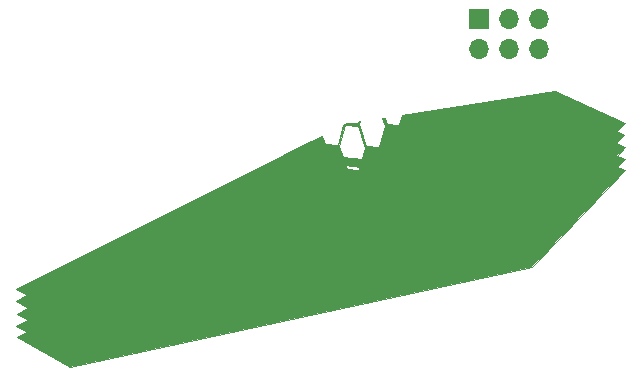
<source format=gtl>
%TF.GenerationSoftware,KiCad,Pcbnew,(6.99.0-1934-gfe17dca71f)*%
%TF.CreationDate,2022-06-18T07:02:21-05:00*%
%TF.ProjectId,jwtelescope,6a777465-6c65-4736-936f-70652e6b6963,rev?*%
%TF.SameCoordinates,Original*%
%TF.FileFunction,Copper,L1,Top*%
%TF.FilePolarity,Positive*%
%FSLAX46Y46*%
G04 Gerber Fmt 4.6, Leading zero omitted, Abs format (unit mm)*
G04 Created by KiCad (PCBNEW (6.99.0-1934-gfe17dca71f)) date 2022-06-18 07:02:21*
%MOMM*%
%LPD*%
G01*
G04 APERTURE LIST*
%TA.AperFunction,NonConductor*%
%ADD10C,0.050000*%
%TD*%
%TA.AperFunction,ComponentPad*%
%ADD11R,1.700000X1.700000*%
%TD*%
%TA.AperFunction,ComponentPad*%
%ADD12O,1.700000X1.700000*%
%TD*%
G04 APERTURE END LIST*
D10*
G36*
X86116833Y-53349206D02*
G01*
X87175038Y-53406179D01*
X87651234Y-51711965D01*
X87924603Y-51574762D01*
X88357136Y-51507326D01*
X88867184Y-51534715D01*
X88898575Y-51422834D01*
X89033062Y-51401910D01*
X88976090Y-51617399D01*
X89590653Y-53494935D01*
X90648853Y-53551782D01*
X91138230Y-51810800D01*
X90919380Y-51107873D01*
X91129315Y-51075185D01*
X91305142Y-51612363D01*
X92363343Y-51669210D01*
X92594467Y-50846779D01*
X105535797Y-48829459D01*
X111464646Y-51516370D01*
X110776184Y-52231573D01*
X111416710Y-52521863D01*
X110739746Y-53225183D01*
X111512444Y-53575292D01*
X110824112Y-54290494D01*
X111464638Y-54580785D01*
X110837288Y-55232557D01*
X111512436Y-55538480D01*
X103612663Y-63746118D01*
X64478103Y-72170541D01*
X59983288Y-69640462D01*
X60857394Y-69201856D01*
X59935358Y-68682897D01*
X60905195Y-68196233D01*
X59983288Y-67677400D01*
X60922119Y-67206369D01*
X59887557Y-66623975D01*
X60857266Y-66137441D01*
X59935358Y-65618482D01*
X80904360Y-55097165D01*
X87767502Y-55097165D01*
X87913227Y-55399732D01*
X88944172Y-55489393D01*
X89022591Y-55242895D01*
X87767502Y-55097165D01*
X80904360Y-55097165D01*
X84075712Y-53505922D01*
X87285744Y-53505922D01*
X87588310Y-54380025D01*
X89213146Y-54581693D01*
X89470883Y-53685235D01*
X88843273Y-51757833D01*
X87767502Y-51724115D01*
X87285744Y-53505922D01*
X84075712Y-53505922D01*
X85872921Y-52604162D01*
X86116833Y-53349206D01*
G37*
X86116833Y-53349206D02*
X87175038Y-53406179D01*
X87651234Y-51711965D01*
X87924603Y-51574762D01*
X88357136Y-51507326D01*
X88867184Y-51534715D01*
X88898575Y-51422834D01*
X89033062Y-51401910D01*
X88976090Y-51617399D01*
X89590653Y-53494935D01*
X90648853Y-53551782D01*
X91138230Y-51810800D01*
X90919380Y-51107873D01*
X91129315Y-51075185D01*
X91305142Y-51612363D01*
X92363343Y-51669210D01*
X92594467Y-50846779D01*
X105535797Y-48829459D01*
X111464646Y-51516370D01*
X110776184Y-52231573D01*
X111416710Y-52521863D01*
X110739746Y-53225183D01*
X111512444Y-53575292D01*
X110824112Y-54290494D01*
X111464638Y-54580785D01*
X110837288Y-55232557D01*
X111512436Y-55538480D01*
X103612663Y-63746118D01*
X64478103Y-72170541D01*
X59983288Y-69640462D01*
X60857394Y-69201856D01*
X59935358Y-68682897D01*
X60905195Y-68196233D01*
X59983288Y-67677400D01*
X60922119Y-67206369D01*
X59887557Y-66623975D01*
X60857266Y-66137441D01*
X59935358Y-65618482D01*
X80904360Y-55097165D01*
X87767502Y-55097165D01*
X87913227Y-55399732D01*
X88944172Y-55489393D01*
X89022591Y-55242895D01*
X87767502Y-55097165D01*
X80904360Y-55097165D01*
X84075712Y-53505922D01*
X87285744Y-53505922D01*
X87588310Y-54380025D01*
X89213146Y-54581693D01*
X89470883Y-53685235D01*
X88843273Y-51757833D01*
X87767502Y-51724115D01*
X87285744Y-53505922D01*
X84075712Y-53505922D01*
X85872921Y-52604162D01*
X86116833Y-53349206D01*
D11*
X99099999Y-42699999D03*
D12*
X99099999Y-45239999D03*
X101639999Y-42699999D03*
X101639999Y-45239999D03*
X104179999Y-42699999D03*
X104179999Y-45239999D03*
M02*

</source>
